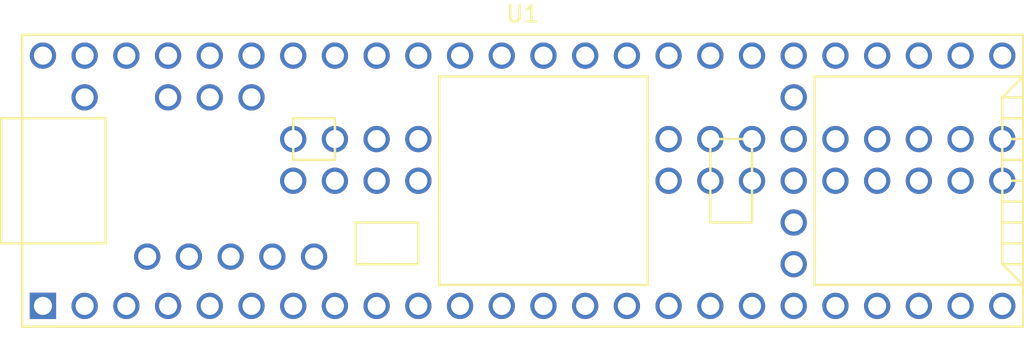
<source format=kicad_pcb>
(kicad_pcb (version 20171130) (host pcbnew "(5.0.0)")

  (general
    (thickness 1.6)
    (drawings 0)
    (tracks 0)
    (zones 0)
    (modules 1)
    (nets 87)
  )

  (page A4)
  (layers
    (0 F.Cu signal)
    (31 B.Cu signal)
    (32 B.Adhes user)
    (33 F.Adhes user)
    (34 B.Paste user)
    (35 F.Paste user)
    (36 B.SilkS user)
    (37 F.SilkS user)
    (38 B.Mask user)
    (39 F.Mask user)
    (40 Dwgs.User user)
    (41 Cmts.User user)
    (42 Eco1.User user)
    (43 Eco2.User user)
    (44 Edge.Cuts user)
    (45 Margin user)
    (46 B.CrtYd user)
    (47 F.CrtYd user)
    (48 B.Fab user)
    (49 F.Fab user)
  )

  (setup
    (last_trace_width 0.25)
    (trace_clearance 0.2)
    (zone_clearance 0.508)
    (zone_45_only no)
    (trace_min 0.2)
    (segment_width 0.2)
    (edge_width 0.15)
    (via_size 0.8)
    (via_drill 0.4)
    (via_min_size 0.4)
    (via_min_drill 0.3)
    (uvia_size 0.3)
    (uvia_drill 0.1)
    (uvias_allowed no)
    (uvia_min_size 0.2)
    (uvia_min_drill 0.1)
    (pcb_text_width 0.3)
    (pcb_text_size 1.5 1.5)
    (mod_edge_width 0.15)
    (mod_text_size 1 1)
    (mod_text_width 0.15)
    (pad_size 1.524 1.524)
    (pad_drill 0.762)
    (pad_to_mask_clearance 0.2)
    (aux_axis_origin 0 0)
    (visible_elements FFFFFF7F)
    (pcbplotparams
      (layerselection 0x010fc_ffffffff)
      (usegerberextensions false)
      (usegerberattributes false)
      (usegerberadvancedattributes false)
      (creategerberjobfile false)
      (excludeedgelayer true)
      (linewidth 0.100000)
      (plotframeref false)
      (viasonmask false)
      (mode 1)
      (useauxorigin false)
      (hpglpennumber 1)
      (hpglpenspeed 20)
      (hpglpendiameter 15.000000)
      (psnegative false)
      (psa4output false)
      (plotreference true)
      (plotvalue true)
      (plotinvisibletext false)
      (padsonsilk false)
      (subtractmaskfromsilk false)
      (outputformat 1)
      (mirror false)
      (drillshape 1)
      (scaleselection 1)
      (outputdirectory ""))
  )

  (net 0 "")
  (net 1 "Net-(U1-Pad17)")
  (net 2 "Net-(U1-Pad18)")
  (net 3 "Net-(U1-Pad19)")
  (net 4 "Net-(U1-Pad20)")
  (net 5 "Net-(U1-Pad16)")
  (net 6 "Net-(U1-Pad15)")
  (net 7 "Net-(U1-Pad14)")
  (net 8 "Net-(U1-Pad21)")
  (net 9 "Net-(U1-Pad22)")
  (net 10 "Net-(U1-Pad23)")
  (net 11 "Net-(U1-Pad24)")
  (net 12 "Net-(U1-Pad25)")
  (net 13 "Net-(U1-Pad26)")
  (net 14 GND)
  (net 15 "Net-(U1-Pad28)")
  (net 16 "Net-(U1-Pad29)")
  (net 17 "Net-(U1-Pad30)")
  (net 18 "Net-(U1-Pad31)")
  (net 19 "Net-(U1-Pad32)")
  (net 20 "Net-(U1-Pad33)")
  (net 21 "Net-(U1-Pad34)")
  (net 22 "Net-(U1-Pad35)")
  (net 23 "Net-(U1-Pad36)")
  (net 24 "Net-(U1-Pad37)")
  (net 25 "Net-(U1-Pad13)")
  (net 26 "Net-(U1-Pad12)")
  (net 27 "Net-(U1-Pad11)")
  (net 28 "Net-(U1-Pad10)")
  (net 29 "Net-(U1-Pad9)")
  (net 30 "Net-(U1-Pad8)")
  (net 31 "Net-(U1-Pad7)")
  (net 32 "Net-(U1-Pad6)")
  (net 33 "Net-(U1-Pad5)")
  (net 34 "Net-(U1-Pad4)")
  (net 35 "Net-(U1-Pad3)")
  (net 36 "Net-(U1-Pad2)")
  (net 37 "Net-(U1-Pad1)")
  (net 38 "Net-(U1-Pad38)")
  (net 39 "Net-(U1-Pad39)")
  (net 40 "Net-(U1-Pad40)")
  (net 41 "Net-(U1-Pad41)")
  (net 42 "Net-(U1-Pad42)")
  (net 43 "Net-(U1-Pad43)")
  (net 44 "Net-(U1-Pad44)")
  (net 45 "Net-(U1-Pad45)")
  (net 46 "Net-(U1-Pad46)")
  (net 47 "Net-(U1-Pad47)")
  (net 48 "Net-(U1-Pad48)")
  (net 49 "Net-(U1-Pad49)")
  (net 50 "Net-(U1-Pad50)")
  (net 51 "Net-(U1-Pad51)")
  (net 52 "Net-(U1-Pad52)")
  (net 53 +5V)
  (net 54 "Net-(U1-Pad54)")
  (net 55 "Net-(U1-Pad55)")
  (net 56 "Net-(U1-Pad56)")
  (net 57 "Net-(U1-Pad57)")
  (net 58 "Net-(U1-Pad63)")
  (net 59 "Net-(U1-Pad64)")
  (net 60 "Net-(U1-Pad65)")
  (net 61 "Net-(U1-Pad66)")
  (net 62 "Net-(U1-Pad67)")
  (net 63 "Net-(U1-Pad68)")
  (net 64 "Net-(U1-Pad69)")
  (net 65 "Net-(U1-Pad70)")
  (net 66 "Net-(U1-Pad71)")
  (net 67 "Net-(U1-Pad72)")
  (net 68 "Net-(U1-Pad73)")
  (net 69 "Net-(U1-Pad74)")
  (net 70 "Net-(U1-Pad75)")
  (net 71 "Net-(U1-Pad76)")
  (net 72 "Net-(U1-Pad77)")
  (net 73 "Net-(U1-Pad78)")
  (net 74 "Net-(U1-Pad79)")
  (net 75 "Net-(U1-Pad80)")
  (net 76 "Net-(U1-Pad81)")
  (net 77 "Net-(U1-Pad82)")
  (net 78 "Net-(U1-Pad83)")
  (net 79 "Net-(U1-Pad84)")
  (net 80 "Net-(U1-Pad85)")
  (net 81 "Net-(U1-Pad86)")
  (net 82 "Net-(U1-Pad58)")
  (net 83 "Net-(U1-Pad59)")
  (net 84 "Net-(U1-Pad60)")
  (net 85 "Net-(U1-Pad61)")
  (net 86 "Net-(U1-Pad62)")

  (net_class Default "Dies ist die voreingestellte Netzklasse."
    (clearance 0.2)
    (trace_width 0.25)
    (via_dia 0.8)
    (via_drill 0.4)
    (uvia_dia 0.3)
    (uvia_drill 0.1)
    (add_net +5V)
    (add_net GND)
    (add_net "Net-(U1-Pad1)")
    (add_net "Net-(U1-Pad10)")
    (add_net "Net-(U1-Pad11)")
    (add_net "Net-(U1-Pad12)")
    (add_net "Net-(U1-Pad13)")
    (add_net "Net-(U1-Pad14)")
    (add_net "Net-(U1-Pad15)")
    (add_net "Net-(U1-Pad16)")
    (add_net "Net-(U1-Pad17)")
    (add_net "Net-(U1-Pad18)")
    (add_net "Net-(U1-Pad19)")
    (add_net "Net-(U1-Pad2)")
    (add_net "Net-(U1-Pad20)")
    (add_net "Net-(U1-Pad21)")
    (add_net "Net-(U1-Pad22)")
    (add_net "Net-(U1-Pad23)")
    (add_net "Net-(U1-Pad24)")
    (add_net "Net-(U1-Pad25)")
    (add_net "Net-(U1-Pad26)")
    (add_net "Net-(U1-Pad28)")
    (add_net "Net-(U1-Pad29)")
    (add_net "Net-(U1-Pad3)")
    (add_net "Net-(U1-Pad30)")
    (add_net "Net-(U1-Pad31)")
    (add_net "Net-(U1-Pad32)")
    (add_net "Net-(U1-Pad33)")
    (add_net "Net-(U1-Pad34)")
    (add_net "Net-(U1-Pad35)")
    (add_net "Net-(U1-Pad36)")
    (add_net "Net-(U1-Pad37)")
    (add_net "Net-(U1-Pad38)")
    (add_net "Net-(U1-Pad39)")
    (add_net "Net-(U1-Pad4)")
    (add_net "Net-(U1-Pad40)")
    (add_net "Net-(U1-Pad41)")
    (add_net "Net-(U1-Pad42)")
    (add_net "Net-(U1-Pad43)")
    (add_net "Net-(U1-Pad44)")
    (add_net "Net-(U1-Pad45)")
    (add_net "Net-(U1-Pad46)")
    (add_net "Net-(U1-Pad47)")
    (add_net "Net-(U1-Pad48)")
    (add_net "Net-(U1-Pad49)")
    (add_net "Net-(U1-Pad5)")
    (add_net "Net-(U1-Pad50)")
    (add_net "Net-(U1-Pad51)")
    (add_net "Net-(U1-Pad52)")
    (add_net "Net-(U1-Pad54)")
    (add_net "Net-(U1-Pad55)")
    (add_net "Net-(U1-Pad56)")
    (add_net "Net-(U1-Pad57)")
    (add_net "Net-(U1-Pad58)")
    (add_net "Net-(U1-Pad59)")
    (add_net "Net-(U1-Pad6)")
    (add_net "Net-(U1-Pad60)")
    (add_net "Net-(U1-Pad61)")
    (add_net "Net-(U1-Pad62)")
    (add_net "Net-(U1-Pad63)")
    (add_net "Net-(U1-Pad64)")
    (add_net "Net-(U1-Pad65)")
    (add_net "Net-(U1-Pad66)")
    (add_net "Net-(U1-Pad67)")
    (add_net "Net-(U1-Pad68)")
    (add_net "Net-(U1-Pad69)")
    (add_net "Net-(U1-Pad7)")
    (add_net "Net-(U1-Pad70)")
    (add_net "Net-(U1-Pad71)")
    (add_net "Net-(U1-Pad72)")
    (add_net "Net-(U1-Pad73)")
    (add_net "Net-(U1-Pad74)")
    (add_net "Net-(U1-Pad75)")
    (add_net "Net-(U1-Pad76)")
    (add_net "Net-(U1-Pad77)")
    (add_net "Net-(U1-Pad78)")
    (add_net "Net-(U1-Pad79)")
    (add_net "Net-(U1-Pad8)")
    (add_net "Net-(U1-Pad80)")
    (add_net "Net-(U1-Pad81)")
    (add_net "Net-(U1-Pad82)")
    (add_net "Net-(U1-Pad83)")
    (add_net "Net-(U1-Pad84)")
    (add_net "Net-(U1-Pad85)")
    (add_net "Net-(U1-Pad86)")
    (add_net "Net-(U1-Pad9)")
  )

  (module Teensy:Teensy35_36 (layer F.Cu) (tedit 58E3CF68) (tstamp 5B6094C5)
    (at 144.78 88.9)
    (path /5B60938B)
    (fp_text reference U1 (at 0 -10.16) (layer F.SilkS)
      (effects (font (size 1 1) (thickness 0.15)))
    )
    (fp_text value Teensy3.5 (at 0 10.16) (layer F.Fab)
      (effects (font (size 1 1) (thickness 0.15)))
    )
    (fp_line (start -13.97 -3.81) (end -13.97 -1.27) (layer F.SilkS) (width 0.15))
    (fp_line (start -13.97 -1.27) (end -11.43 -1.27) (layer F.SilkS) (width 0.15))
    (fp_line (start -11.43 -1.27) (end -11.43 -3.81) (layer F.SilkS) (width 0.15))
    (fp_line (start -11.43 -3.81) (end -13.97 -3.81) (layer F.SilkS) (width 0.15))
    (fp_line (start -6.35 5.08) (end -10.16 5.08) (layer F.SilkS) (width 0.15))
    (fp_line (start -10.16 5.08) (end -10.16 2.54) (layer F.SilkS) (width 0.15))
    (fp_line (start -10.16 2.54) (end -6.35 2.54) (layer F.SilkS) (width 0.15))
    (fp_line (start -6.35 2.54) (end -6.35 5.08) (layer F.SilkS) (width 0.15))
    (fp_line (start 7.62 6.35) (end 7.62 -6.35) (layer F.SilkS) (width 0.15))
    (fp_line (start -5.08 -6.35) (end -5.08 6.35) (layer F.SilkS) (width 0.15))
    (fp_line (start -5.08 6.35) (end 7.62 6.35) (layer F.SilkS) (width 0.15))
    (fp_line (start -5.08 -6.35) (end 7.62 -6.35) (layer F.SilkS) (width 0.15))
    (fp_line (start 29.21 5.08) (end 30.48 5.08) (layer F.SilkS) (width 0.15))
    (fp_line (start 29.21 3.81) (end 30.48 3.81) (layer F.SilkS) (width 0.15))
    (fp_line (start 29.21 2.54) (end 30.48 2.54) (layer F.SilkS) (width 0.15))
    (fp_line (start 29.21 1.27) (end 30.48 1.27) (layer F.SilkS) (width 0.15))
    (fp_line (start 29.21 0) (end 30.48 0) (layer F.SilkS) (width 0.15))
    (fp_line (start 29.21 -1.27) (end 30.48 -1.27) (layer F.SilkS) (width 0.15))
    (fp_line (start 29.21 -2.54) (end 30.48 -2.54) (layer F.SilkS) (width 0.15))
    (fp_line (start 29.21 -3.81) (end 30.48 -3.81) (layer F.SilkS) (width 0.15))
    (fp_line (start 29.21 -5.08) (end 30.48 -5.08) (layer F.SilkS) (width 0.15))
    (fp_line (start 30.48 6.35) (end 29.21 5.08) (layer F.SilkS) (width 0.15))
    (fp_line (start 29.21 5.08) (end 29.21 -5.08) (layer F.SilkS) (width 0.15))
    (fp_line (start 29.21 -5.08) (end 30.48 -6.35) (layer F.SilkS) (width 0.15))
    (fp_line (start 30.48 -6.35) (end 17.78 -6.35) (layer F.SilkS) (width 0.15))
    (fp_line (start 17.78 -6.35) (end 17.78 6.35) (layer F.SilkS) (width 0.15))
    (fp_line (start 17.78 6.35) (end 30.48 6.35) (layer F.SilkS) (width 0.15))
    (fp_line (start 30.48 -8.89) (end -30.48 -8.89) (layer F.SilkS) (width 0.15))
    (fp_line (start -30.48 8.89) (end 30.48 8.89) (layer F.SilkS) (width 0.15))
    (fp_line (start -30.48 3.81) (end -31.75 3.81) (layer F.SilkS) (width 0.15))
    (fp_line (start -31.75 3.81) (end -31.75 -3.81) (layer F.SilkS) (width 0.15))
    (fp_line (start -31.75 -3.81) (end -30.48 -3.81) (layer F.SilkS) (width 0.15))
    (fp_line (start -25.4 3.81) (end -25.4 -3.81) (layer F.SilkS) (width 0.15))
    (fp_line (start -25.4 -3.81) (end -30.48 -3.81) (layer F.SilkS) (width 0.15))
    (fp_line (start -25.4 3.81) (end -30.48 3.81) (layer F.SilkS) (width 0.15))
    (fp_line (start 13.97 -2.54) (end 13.97 2.54) (layer F.SilkS) (width 0.15))
    (fp_line (start 13.97 2.54) (end 11.43 2.54) (layer F.SilkS) (width 0.15))
    (fp_line (start 11.43 2.54) (end 11.43 -2.54) (layer F.SilkS) (width 0.15))
    (fp_line (start 11.43 -2.54) (end 13.97 -2.54) (layer F.SilkS) (width 0.15))
    (fp_line (start 30.48 -8.89) (end 30.48 8.89) (layer F.SilkS) (width 0.15))
    (fp_line (start -30.48 8.89) (end -30.48 -8.89) (layer F.SilkS) (width 0.15))
    (pad 17 thru_hole circle (at 11.43 7.62) (size 1.6 1.6) (drill 1.1) (layers *.Cu *.Mask)
      (net 1 "Net-(U1-Pad17)"))
    (pad 18 thru_hole circle (at 13.97 7.62) (size 1.6 1.6) (drill 1.1) (layers *.Cu *.Mask)
      (net 2 "Net-(U1-Pad18)"))
    (pad 19 thru_hole circle (at 16.51 7.62) (size 1.6 1.6) (drill 1.1) (layers *.Cu *.Mask)
      (net 3 "Net-(U1-Pad19)"))
    (pad 20 thru_hole circle (at 19.05 7.62) (size 1.6 1.6) (drill 1.1) (layers *.Cu *.Mask)
      (net 4 "Net-(U1-Pad20)"))
    (pad 16 thru_hole circle (at 8.89 7.62) (size 1.6 1.6) (drill 1.1) (layers *.Cu *.Mask)
      (net 5 "Net-(U1-Pad16)"))
    (pad 15 thru_hole circle (at 6.35 7.62) (size 1.6 1.6) (drill 1.1) (layers *.Cu *.Mask)
      (net 6 "Net-(U1-Pad15)"))
    (pad 14 thru_hole circle (at 3.81 7.62) (size 1.6 1.6) (drill 1.1) (layers *.Cu *.Mask)
      (net 7 "Net-(U1-Pad14)"))
    (pad 21 thru_hole circle (at 21.59 7.62) (size 1.6 1.6) (drill 1.1) (layers *.Cu *.Mask)
      (net 8 "Net-(U1-Pad21)"))
    (pad 22 thru_hole circle (at 24.13 7.62) (size 1.6 1.6) (drill 1.1) (layers *.Cu *.Mask)
      (net 9 "Net-(U1-Pad22)"))
    (pad 23 thru_hole circle (at 26.67 7.62) (size 1.6 1.6) (drill 1.1) (layers *.Cu *.Mask)
      (net 10 "Net-(U1-Pad23)"))
    (pad 24 thru_hole circle (at 29.21 7.62) (size 1.6 1.6) (drill 1.1) (layers *.Cu *.Mask)
      (net 11 "Net-(U1-Pad24)"))
    (pad 25 thru_hole circle (at 16.51 5.08) (size 1.6 1.6) (drill 1.1) (layers *.Cu *.Mask)
      (net 12 "Net-(U1-Pad25)"))
    (pad 26 thru_hole circle (at 16.51 2.54) (size 1.6 1.6) (drill 1.1) (layers *.Cu *.Mask)
      (net 13 "Net-(U1-Pad26)"))
    (pad 27 thru_hole circle (at 16.51 0) (size 1.6 1.6) (drill 1.1) (layers *.Cu *.Mask)
      (net 14 GND))
    (pad 28 thru_hole circle (at 16.51 -2.54) (size 1.6 1.6) (drill 1.1) (layers *.Cu *.Mask)
      (net 15 "Net-(U1-Pad28)"))
    (pad 29 thru_hole circle (at 16.51 -5.08) (size 1.6 1.6) (drill 1.1) (layers *.Cu *.Mask)
      (net 16 "Net-(U1-Pad29)"))
    (pad 30 thru_hole circle (at 29.21 -7.62) (size 1.6 1.6) (drill 1.1) (layers *.Cu *.Mask)
      (net 17 "Net-(U1-Pad30)"))
    (pad 31 thru_hole circle (at 26.67 -7.62) (size 1.6 1.6) (drill 1.1) (layers *.Cu *.Mask)
      (net 18 "Net-(U1-Pad31)"))
    (pad 32 thru_hole circle (at 24.13 -7.62) (size 1.6 1.6) (drill 1.1) (layers *.Cu *.Mask)
      (net 19 "Net-(U1-Pad32)"))
    (pad 33 thru_hole circle (at 21.59 -7.62) (size 1.6 1.6) (drill 1.1) (layers *.Cu *.Mask)
      (net 20 "Net-(U1-Pad33)"))
    (pad 34 thru_hole circle (at 19.05 -7.62) (size 1.6 1.6) (drill 1.1) (layers *.Cu *.Mask)
      (net 21 "Net-(U1-Pad34)"))
    (pad 35 thru_hole circle (at 16.51 -7.62) (size 1.6 1.6) (drill 1.1) (layers *.Cu *.Mask)
      (net 22 "Net-(U1-Pad35)"))
    (pad 36 thru_hole circle (at 13.97 -7.62) (size 1.6 1.6) (drill 1.1) (layers *.Cu *.Mask)
      (net 23 "Net-(U1-Pad36)"))
    (pad 37 thru_hole circle (at 11.43 -7.62) (size 1.6 1.6) (drill 1.1) (layers *.Cu *.Mask)
      (net 24 "Net-(U1-Pad37)"))
    (pad 13 thru_hole circle (at 1.27 7.62) (size 1.6 1.6) (drill 1.1) (layers *.Cu *.Mask)
      (net 25 "Net-(U1-Pad13)"))
    (pad 12 thru_hole circle (at -1.27 7.62) (size 1.6 1.6) (drill 1.1) (layers *.Cu *.Mask)
      (net 26 "Net-(U1-Pad12)"))
    (pad 11 thru_hole circle (at -3.81 7.62) (size 1.6 1.6) (drill 1.1) (layers *.Cu *.Mask)
      (net 27 "Net-(U1-Pad11)"))
    (pad 10 thru_hole circle (at -6.35 7.62) (size 1.6 1.6) (drill 1.1) (layers *.Cu *.Mask)
      (net 28 "Net-(U1-Pad10)"))
    (pad 9 thru_hole circle (at -8.89 7.62) (size 1.6 1.6) (drill 1.1) (layers *.Cu *.Mask)
      (net 29 "Net-(U1-Pad9)"))
    (pad 8 thru_hole circle (at -11.43 7.62) (size 1.6 1.6) (drill 1.1) (layers *.Cu *.Mask)
      (net 30 "Net-(U1-Pad8)"))
    (pad 7 thru_hole circle (at -13.97 7.62) (size 1.6 1.6) (drill 1.1) (layers *.Cu *.Mask)
      (net 31 "Net-(U1-Pad7)"))
    (pad 6 thru_hole circle (at -16.51 7.62) (size 1.6 1.6) (drill 1.1) (layers *.Cu *.Mask)
      (net 32 "Net-(U1-Pad6)"))
    (pad 5 thru_hole circle (at -19.05 7.62) (size 1.6 1.6) (drill 1.1) (layers *.Cu *.Mask)
      (net 33 "Net-(U1-Pad5)"))
    (pad 4 thru_hole circle (at -21.59 7.62) (size 1.6 1.6) (drill 1.1) (layers *.Cu *.Mask)
      (net 34 "Net-(U1-Pad4)"))
    (pad 3 thru_hole circle (at -24.13 7.62) (size 1.6 1.6) (drill 1.1) (layers *.Cu *.Mask)
      (net 35 "Net-(U1-Pad3)"))
    (pad 2 thru_hole circle (at -26.67 7.62) (size 1.6 1.6) (drill 1.1) (layers *.Cu *.Mask)
      (net 36 "Net-(U1-Pad2)"))
    (pad 1 thru_hole rect (at -29.21 7.62) (size 1.6 1.6) (drill 1.1) (layers *.Cu *.Mask)
      (net 37 "Net-(U1-Pad1)"))
    (pad 38 thru_hole circle (at 8.89 -7.62) (size 1.6 1.6) (drill 1.1) (layers *.Cu *.Mask)
      (net 38 "Net-(U1-Pad38)"))
    (pad 39 thru_hole circle (at 6.35 -7.62) (size 1.6 1.6) (drill 1.1) (layers *.Cu *.Mask)
      (net 39 "Net-(U1-Pad39)"))
    (pad 40 thru_hole circle (at 3.81 -7.62) (size 1.6 1.6) (drill 1.1) (layers *.Cu *.Mask)
      (net 40 "Net-(U1-Pad40)"))
    (pad 41 thru_hole circle (at 1.27 -7.62) (size 1.6 1.6) (drill 1.1) (layers *.Cu *.Mask)
      (net 41 "Net-(U1-Pad41)"))
    (pad 42 thru_hole circle (at -1.27 -7.62) (size 1.6 1.6) (drill 1.1) (layers *.Cu *.Mask)
      (net 42 "Net-(U1-Pad42)"))
    (pad 43 thru_hole circle (at -3.81 -7.62) (size 1.6 1.6) (drill 1.1) (layers *.Cu *.Mask)
      (net 43 "Net-(U1-Pad43)"))
    (pad 44 thru_hole circle (at -6.35 -7.62) (size 1.6 1.6) (drill 1.1) (layers *.Cu *.Mask)
      (net 44 "Net-(U1-Pad44)"))
    (pad 45 thru_hole circle (at -8.89 -7.62) (size 1.6 1.6) (drill 1.1) (layers *.Cu *.Mask)
      (net 45 "Net-(U1-Pad45)"))
    (pad 46 thru_hole circle (at -11.43 -7.62) (size 1.6 1.6) (drill 1.1) (layers *.Cu *.Mask)
      (net 46 "Net-(U1-Pad46)"))
    (pad 47 thru_hole circle (at -13.97 -7.62) (size 1.6 1.6) (drill 1.1) (layers *.Cu *.Mask)
      (net 47 "Net-(U1-Pad47)"))
    (pad 48 thru_hole circle (at -16.51 -7.62) (size 1.6 1.6) (drill 1.1) (layers *.Cu *.Mask)
      (net 48 "Net-(U1-Pad48)"))
    (pad 49 thru_hole circle (at -19.05 -7.62) (size 1.6 1.6) (drill 1.1) (layers *.Cu *.Mask)
      (net 49 "Net-(U1-Pad49)"))
    (pad 50 thru_hole circle (at -21.59 -7.62) (size 1.6 1.6) (drill 1.1) (layers *.Cu *.Mask)
      (net 50 "Net-(U1-Pad50)"))
    (pad 51 thru_hole circle (at -24.13 -7.62) (size 1.6 1.6) (drill 1.1) (layers *.Cu *.Mask)
      (net 51 "Net-(U1-Pad51)"))
    (pad 52 thru_hole circle (at -26.67 -7.62) (size 1.6 1.6) (drill 1.1) (layers *.Cu *.Mask)
      (net 52 "Net-(U1-Pad52)"))
    (pad 53 thru_hole circle (at -29.21 -7.62) (size 1.6 1.6) (drill 1.1) (layers *.Cu *.Mask)
      (net 53 +5V))
    (pad 54 thru_hole circle (at -26.67 -5.08) (size 1.6 1.6) (drill 1.1) (layers *.Cu *.Mask)
      (net 54 "Net-(U1-Pad54)"))
    (pad 55 thru_hole circle (at -21.59 -5.08) (size 1.6 1.6) (drill 1.1) (layers *.Cu *.Mask)
      (net 55 "Net-(U1-Pad55)"))
    (pad 56 thru_hole circle (at -19.05 -5.08) (size 1.6 1.6) (drill 1.1) (layers *.Cu *.Mask)
      (net 56 "Net-(U1-Pad56)"))
    (pad 57 thru_hole circle (at -16.51 -5.08) (size 1.6 1.6) (drill 1.1) (layers *.Cu *.Mask)
      (net 57 "Net-(U1-Pad57)"))
    (pad 63 thru_hole circle (at -13.97 0) (size 1.6 1.6) (drill 1.1) (layers *.Cu *.Mask)
      (net 58 "Net-(U1-Pad63)"))
    (pad 64 thru_hole circle (at -11.43 0) (size 1.6 1.6) (drill 1.1) (layers *.Cu *.Mask)
      (net 59 "Net-(U1-Pad64)"))
    (pad 65 thru_hole circle (at -8.89 0) (size 1.6 1.6) (drill 1.1) (layers *.Cu *.Mask)
      (net 60 "Net-(U1-Pad65)"))
    (pad 66 thru_hole circle (at -6.35 0) (size 1.6 1.6) (drill 1.1) (layers *.Cu *.Mask)
      (net 61 "Net-(U1-Pad66)"))
    (pad 67 thru_hole circle (at 8.89 0) (size 1.6 1.6) (drill 1.1) (layers *.Cu *.Mask)
      (net 62 "Net-(U1-Pad67)"))
    (pad 68 thru_hole circle (at 11.43 0) (size 1.6 1.6) (drill 1.1) (layers *.Cu *.Mask)
      (net 63 "Net-(U1-Pad68)"))
    (pad 69 thru_hole circle (at 13.97 0) (size 1.6 1.6) (drill 1.1) (layers *.Cu *.Mask)
      (net 64 "Net-(U1-Pad69)"))
    (pad 70 thru_hole circle (at 19.05 0) (size 1.6 1.6) (drill 1.1) (layers *.Cu *.Mask)
      (net 65 "Net-(U1-Pad70)"))
    (pad 71 thru_hole circle (at 21.59 0) (size 1.6 1.6) (drill 1.1) (layers *.Cu *.Mask)
      (net 66 "Net-(U1-Pad71)"))
    (pad 72 thru_hole circle (at 24.13 0) (size 1.6 1.6) (drill 1.1) (layers *.Cu *.Mask)
      (net 67 "Net-(U1-Pad72)"))
    (pad 73 thru_hole circle (at 26.67 0) (size 1.6 1.6) (drill 1.1) (layers *.Cu *.Mask)
      (net 68 "Net-(U1-Pad73)"))
    (pad 74 thru_hole circle (at 29.21 0) (size 1.6 1.6) (drill 1.1) (layers *.Cu *.Mask)
      (net 69 "Net-(U1-Pad74)"))
    (pad 75 thru_hole circle (at 29.21 -2.54) (size 1.6 1.6) (drill 1.1) (layers *.Cu *.Mask)
      (net 70 "Net-(U1-Pad75)"))
    (pad 76 thru_hole circle (at 26.67 -2.54) (size 1.6 1.6) (drill 1.1) (layers *.Cu *.Mask)
      (net 71 "Net-(U1-Pad76)"))
    (pad 77 thru_hole circle (at 24.13 -2.54) (size 1.6 1.6) (drill 1.1) (layers *.Cu *.Mask)
      (net 72 "Net-(U1-Pad77)"))
    (pad 78 thru_hole circle (at 21.59 -2.54) (size 1.6 1.6) (drill 1.1) (layers *.Cu *.Mask)
      (net 73 "Net-(U1-Pad78)"))
    (pad 79 thru_hole circle (at 19.05 -2.54) (size 1.6 1.6) (drill 1.1) (layers *.Cu *.Mask)
      (net 74 "Net-(U1-Pad79)"))
    (pad 80 thru_hole circle (at 13.97 -2.54) (size 1.6 1.6) (drill 1.1) (layers *.Cu *.Mask)
      (net 75 "Net-(U1-Pad80)"))
    (pad 81 thru_hole circle (at 11.43 -2.54) (size 1.6 1.6) (drill 1.1) (layers *.Cu *.Mask)
      (net 76 "Net-(U1-Pad81)"))
    (pad 82 thru_hole circle (at 8.89 -2.54) (size 1.6 1.6) (drill 1.1) (layers *.Cu *.Mask)
      (net 77 "Net-(U1-Pad82)"))
    (pad 83 thru_hole circle (at -6.35 -2.54) (size 1.6 1.6) (drill 1.1) (layers *.Cu *.Mask)
      (net 78 "Net-(U1-Pad83)"))
    (pad 84 thru_hole circle (at -8.89 -2.54) (size 1.6 1.6) (drill 1.1) (layers *.Cu *.Mask)
      (net 79 "Net-(U1-Pad84)"))
    (pad 85 thru_hole circle (at -11.43 -2.54) (size 1.6 1.6) (drill 1.1) (layers *.Cu *.Mask)
      (net 80 "Net-(U1-Pad85)"))
    (pad 86 thru_hole circle (at -13.97 -2.54) (size 1.6 1.6) (drill 1.1) (layers *.Cu *.Mask)
      (net 81 "Net-(U1-Pad86)"))
    (pad 58 thru_hole circle (at -22.86 4.62) (size 1.6 1.6) (drill 1.1) (layers *.Cu *.Mask)
      (net 82 "Net-(U1-Pad58)"))
    (pad 59 thru_hole circle (at -20.32 4.62) (size 1.6 1.6) (drill 1.1) (layers *.Cu *.Mask)
      (net 83 "Net-(U1-Pad59)"))
    (pad 60 thru_hole circle (at -17.78 4.62) (size 1.6 1.6) (drill 1.1) (layers *.Cu *.Mask)
      (net 84 "Net-(U1-Pad60)"))
    (pad 61 thru_hole circle (at -15.24 4.62) (size 1.6 1.6) (drill 1.1) (layers *.Cu *.Mask)
      (net 85 "Net-(U1-Pad61)"))
    (pad 62 thru_hole circle (at -12.7 4.62) (size 1.6 1.6) (drill 1.1) (layers *.Cu *.Mask)
      (net 86 "Net-(U1-Pad62)"))
  )

)

</source>
